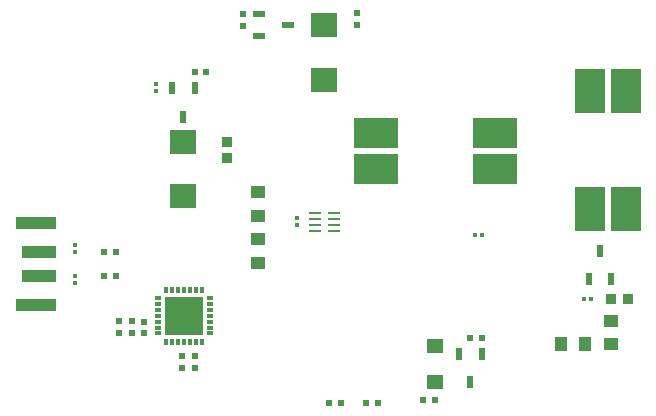
<source format=gtp>
G04 Layer_Color=8421504*
%FSLAX43Y43*%
%MOMM*%
G71*
G01*
G75*
%ADD10R,0.600X0.600*%
%ADD11R,0.600X1.000*%
%ADD12R,1.400X1.200*%
%ADD13R,3.250X3.250*%
%ADD14R,0.600X0.300*%
%ADD15R,0.300X0.600*%
%ADD16R,0.600X0.600*%
%ADD17R,1.250X1.000*%
%ADD18R,1.000X1.250*%
%ADD19R,0.300X0.300*%
%ADD20R,2.500X3.850*%
%ADD21R,0.850X0.850*%
%ADD22R,3.850X2.500*%
%ADD23R,0.300X0.300*%
%ADD24R,0.120X2.200*%
%ADD25R,1.000X0.200*%
%ADD26R,1.000X0.600*%
%ADD27R,0.850X0.850*%
%ADD28R,2.300X2.000*%
%ADD29R,3.000X1.120*%
%ADD30R,3.500X1.120*%
D10*
X41675Y10875D02*
D03*
X40675D02*
D03*
X36700Y5575D02*
D03*
X37700D02*
D03*
X12050Y12300D02*
D03*
X10950D02*
D03*
X12050Y11250D02*
D03*
X10950D02*
D03*
X31875Y5400D02*
D03*
X32875D02*
D03*
X29750D02*
D03*
X28750D02*
D03*
X17425Y9375D02*
D03*
X16325D02*
D03*
X17425Y8325D02*
D03*
X16325D02*
D03*
X17350Y33425D02*
D03*
X18350D02*
D03*
X10700Y18125D02*
D03*
X9700D02*
D03*
X10700Y16125D02*
D03*
X9700D02*
D03*
D11*
X40700Y7150D02*
D03*
X39750Y9550D02*
D03*
X41650D02*
D03*
X51700Y18225D02*
D03*
X52650Y15825D02*
D03*
X50750D02*
D03*
X16400Y29600D02*
D03*
X15450Y32000D02*
D03*
X17350D02*
D03*
D12*
X37675Y10200D02*
D03*
Y7100D02*
D03*
D13*
X16450Y12750D02*
D03*
D14*
X14250Y11250D02*
D03*
Y11750D02*
D03*
Y12250D02*
D03*
Y12750D02*
D03*
Y13250D02*
D03*
Y13750D02*
D03*
Y14250D02*
D03*
X18650D02*
D03*
Y13750D02*
D03*
Y13250D02*
D03*
Y12750D02*
D03*
Y12250D02*
D03*
Y11750D02*
D03*
Y11250D02*
D03*
D15*
X14950Y14950D02*
D03*
X15450D02*
D03*
X15950D02*
D03*
X16450D02*
D03*
X16950D02*
D03*
X17450D02*
D03*
X17950D02*
D03*
Y10550D02*
D03*
X17450D02*
D03*
X16950D02*
D03*
X16450D02*
D03*
X15950D02*
D03*
X15450D02*
D03*
X14950D02*
D03*
D16*
X13075Y12250D02*
D03*
Y11250D02*
D03*
X21425Y37300D02*
D03*
Y38300D02*
D03*
X31075Y37350D02*
D03*
Y38350D02*
D03*
D17*
X52650Y10325D02*
D03*
Y12325D02*
D03*
X22700Y19225D02*
D03*
Y17225D02*
D03*
Y23225D02*
D03*
Y21225D02*
D03*
D18*
X48375Y10325D02*
D03*
X50375D02*
D03*
D19*
X50950Y14175D02*
D03*
X50350D02*
D03*
X41125Y19550D02*
D03*
X41725D02*
D03*
D20*
X50850Y21750D02*
D03*
X53850D02*
D03*
Y31750D02*
D03*
X50850D02*
D03*
D21*
X54050Y14200D02*
D03*
X52650D02*
D03*
D22*
X32750Y28200D02*
D03*
Y25200D02*
D03*
X42750D02*
D03*
Y28200D02*
D03*
D23*
X26025Y20425D02*
D03*
Y21025D02*
D03*
X14100Y31800D02*
D03*
Y32400D02*
D03*
X7200Y18125D02*
D03*
Y18725D02*
D03*
Y16125D02*
D03*
Y15525D02*
D03*
D24*
X28325Y20675D02*
D03*
D25*
X27515Y21425D02*
D03*
Y20925D02*
D03*
Y20425D02*
D03*
Y19925D02*
D03*
X29135Y21425D02*
D03*
Y20925D02*
D03*
Y20425D02*
D03*
Y19925D02*
D03*
D26*
X25225Y37350D02*
D03*
X22825Y36400D02*
D03*
Y38300D02*
D03*
D27*
X20100Y26075D02*
D03*
Y27475D02*
D03*
D28*
X28300Y37350D02*
D03*
Y32750D02*
D03*
X16400Y27500D02*
D03*
Y22900D02*
D03*
D29*
X4200Y16125D02*
D03*
Y18125D02*
D03*
D30*
X3950Y13625D02*
D03*
Y20625D02*
D03*
M02*

</source>
